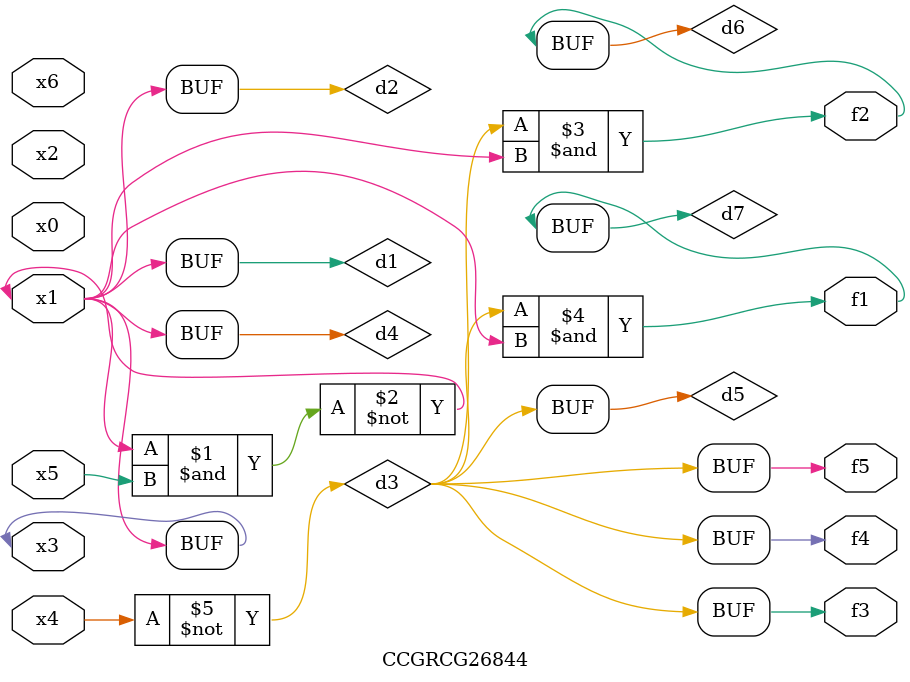
<source format=v>
module CCGRCG26844(
	input x0, x1, x2, x3, x4, x5, x6,
	output f1, f2, f3, f4, f5
);

	wire d1, d2, d3, d4, d5, d6, d7;

	buf (d1, x1, x3);
	nand (d2, x1, x5);
	not (d3, x4);
	buf (d4, d1, d2);
	buf (d5, d3);
	and (d6, d3, d4);
	and (d7, d3, d4);
	assign f1 = d7;
	assign f2 = d6;
	assign f3 = d5;
	assign f4 = d5;
	assign f5 = d5;
endmodule

</source>
